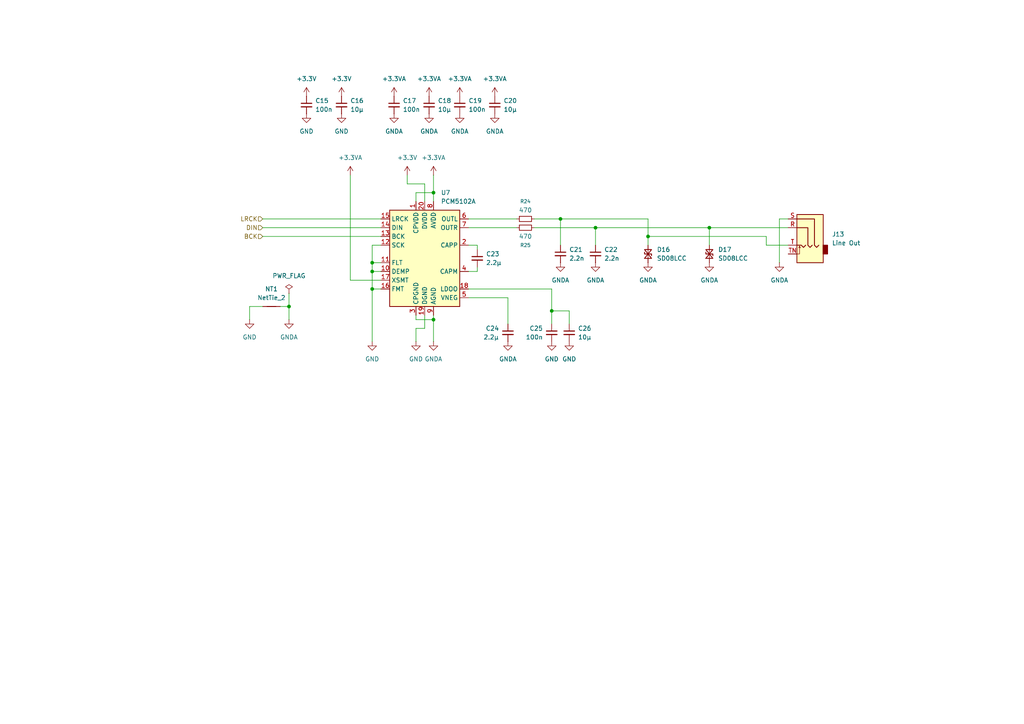
<source format=kicad_sch>
(kicad_sch (version 20250114) (generator "eeschema") (generator_version "9.0")
  (paper "A4")
  (lib_symbols
    (symbol "Audio:PCM5102A"
      (property "Reference" "U" (at -10.16 13.97 0))
      (property "Value" "PCM5102A" (at 3.81 13.97 0))
      (symbol "PCM5102A_0_1"
        (rectangle (start -10.16 12.7) (end 10.16 -15.24) (stroke (width 0.254)) (fill (type background)))
      )
      (symbol "PCM5102A_1_1"
        (pin input line (at -12.7 10.16 0) (length 2.54) (name "LRCK") (number "15"))
        (pin input line (at -12.7 7.62 0) (length 2.54) (name "DIN") (number "14"))
        (pin input line (at -12.7 5.08 0) (length 2.54) (name "BCK") (number "13"))
        (pin input line (at -12.7 2.54 0) (length 2.54) (name "SCK") (number "12"))
        (pin input line (at -12.7 -2.54 0) (length 2.54) (name "FLT") (number "11"))
        (pin input line (at -12.7 -5.08 0) (length 2.54) (name "DEMP") (number "10"))
        (pin input line (at -12.7 -7.62 0) (length 2.54) (name "XSMT") (number "17"))
        (pin input line (at -12.7 -10.16 0) (length 2.54) (name "FMT") (number "16"))
        (pin passive line (at -2.54 15.24 270) (length 2.54) (name "CPVDD") (number "1"))
        (pin power_in line (at -2.54 -17.78 90) (length 2.54) (name "CPGND") (number "3"))
        (pin power_in line (at 0 15.24 270) (length 2.54) (name "DVDD") (number "20"))
        (pin power_in line (at 0 -17.78 90) (length 2.54) (name "DGND") (number "19"))
        (pin power_in line (at 2.54 15.24 270) (length 2.54) (name "AVDD") (number "8"))
        (pin power_in line (at 2.54 -17.78 90) (length 2.54) (name "AGND") (number "9"))
        (pin output line (at 12.7 10.16 180) (length 2.54) (name "OUTL") (number "6"))
        (pin output line (at 12.7 7.62 180) (length 2.54) (name "OUTR") (number "7"))
        (pin passive line (at 12.7 2.54 180) (length 2.54) (name "CAPP") (number "2"))
        (pin passive line (at 12.7 -5.08 180) (length 2.54) (name "CAPM") (number "4"))
        (pin passive line (at 12.7 -10.16 180) (length 2.54) (name "LDOO") (number "18"))
        (pin passive line (at 12.7 -12.7 180) (length 2.54) (name "VNEG") (number "5"))
      )
    )
    (symbol "Connector_Audio:AudioJack3_SwitchT"
      (property "Reference" "J" (at 0 8.89 0))
      (property "Value" "AudioJack3_SwitchT" (at 0 6.35 0))
      (symbol "AudioJack3_SwitchT_0_1"
        (rectangle (start -5.08 -5.08) (end -6.35 -7.62) (stroke (width 0.254)) (fill (type outline)))
        (polyline (pts (xy -1.905 -5.08) (xy -1.27 -5.715) (xy -0.635 -5.08) (xy -0.635 0) (xy 2.54 0)) (stroke (width 0.254)))
        (polyline (pts (xy 0 -5.08) (xy 0.635 -5.715) (xy 1.27 -5.08) (xy 2.54 -5.08)) (stroke (width 0.254)))
        (polyline (pts (xy 1.778 -5.334) (xy 2.032 -5.842)))
        (rectangle (start 2.54 3.81) (end -5.08 -10.16) (stroke (width 0.254)) (fill (type background)))
        (polyline (pts (xy 2.54 2.54) (xy -2.54 2.54) (xy -2.54 -5.08) (xy -3.175 -5.715) (xy -3.81 -5.08)) (stroke (width 0.254)))
        (polyline (pts (xy 2.54 -7.62) (xy 1.778 -7.62) (xy 1.778 -5.334) (xy 1.524 -5.842)))
      )
      (symbol "AudioJack3_SwitchT_1_1"
        (pin passive line (at 5.08 2.54 180) (length 2.54) (name "~") (number "S"))
        (pin passive line (at 5.08 0 180) (length 2.54) (name "~") (number "R"))
        (pin passive line (at 5.08 -5.08 180) (length 2.54) (name "~") (number "T"))
        (pin passive line (at 5.08 -7.62 180) (length 2.54) (name "~") (number "TN"))
      )
    )
    (symbol "Device:C_Small" (pin_numbers (hide yes)) (pin_names (offset 0.254) (hide yes))
      (property "Reference" "C" (at 0.254 1.778 0))
      (property "Value" "C_Small" (at 0.254 -2.032 0))
      (symbol "C_Small_0_1"
        (polyline (pts (xy -1.524 0.508) (xy 1.524 0.508)) (stroke (width 0.3048)))
        (polyline (pts (xy -1.524 -0.508) (xy 1.524 -0.508)) (stroke (width 0.3302)))
      )
      (symbol "C_Small_1_1"
        (pin passive line (at 0 2.54 270) (length 2.032) (name "~") (number "1"))
        (pin passive line (at 0 -2.54 90) (length 2.032) (name "~") (number "2"))
      )
    )
    (symbol "Device:D_TVS_Small" (pin_numbers (hide yes)) (pin_names (offset 1.016) (hide yes))
      (property "Reference" "D" (at 0 2.54 0))
      (property "Value" "D_TVS_Small" (at 0 -2.54 0))
      (symbol "D_TVS_Small_0_1"
        (polyline (pts (xy -1.27 1.016) (xy -1.27 -1.016) (xy 1.27 1.016) (xy 1.27 -1.016) (xy -1.27 1.016)) (stroke (width 0.254)))
        (polyline (pts (xy -1.27 0) (xy 1.27 0)))
        (polyline (pts (xy 0.508 1.016) (xy 0 1.016) (xy 0 -1.016) (xy -0.508 -1.016)) (stroke (width 0.254)))
      )
      (symbol "D_TVS_Small_1_1"
        (pin passive line (at -2.54 0 0) (length 1.27) (name "A1") (number "1"))
        (pin passive line (at 2.54 0 180) (length 1.27) (name "A2") (number "2"))
      )
    )
    (symbol "Device:NetTie_2" (pin_numbers (hide yes)) (pin_names (offset 0) (hide yes)) (in_bom no)
      (property "Reference" "NT" (at 0 1.27 0))
      (property "Value" "NetTie_2" (at 0 -1.27 0))
      (symbol "NetTie_2_0_1"
        (polyline (pts (xy -1.27 0) (xy 1.27 0)) (stroke (width 0.254)))
      )
      (symbol "NetTie_2_1_1"
        (pin passive line (at -2.54 0 0) (length 2.54) (name "1") (number "1"))
        (pin passive line (at 2.54 0 180) (length 2.54) (name "2") (number "2"))
      )
    )
    (symbol "Device:R_Small" (pin_numbers (hide yes)) (pin_names (offset 0.254) (hide yes))
      (property "Reference" "R" (at 0 0 90))
      (property "Value" "R_Small" (at 1.778 0 90))
      (symbol "R_Small_0_1"
        (rectangle (start -0.762 1.778) (end 0.762 -1.778) (stroke (width 0.2032)))
      )
      (symbol "R_Small_1_1"
        (pin passive line (at 0 2.54 270) (length 0.762) (name "~") (number "1"))
        (pin passive line (at 0 -2.54 90) (length 0.762) (name "~") (number "2"))
      )
    )
    (symbol "power:+3.3V" (power) (pin_numbers (hide yes)) (pin_names (offset 0) (hide yes))
      (property "Value" "+3.3V" (at 0 3.556 0))
      (symbol "+3.3V_0_1"
        (polyline (pts (xy -0.762 1.27) (xy 0 2.54)))
        (polyline (pts (xy 0 2.54) (xy 0.762 1.27)))
        (polyline (pts (xy 0 0) (xy 0 2.54)))
      )
      (symbol "+3.3V_1_1"
        (pin power_in line (at 0 0 90) (length 0) (name "~") (number "1"))
      )
    )
    (symbol "power:+3.3VA" (power) (pin_numbers (hide yes)) (pin_names (offset 0) (hide yes))
      (property "Value" "+3.3VA" (at 0 3.556 0))
      (symbol "+3.3VA_0_1"
        (polyline (pts (xy -0.762 1.27) (xy 0 2.54)))
        (polyline (pts (xy 0 2.54) (xy 0.762 1.27)))
        (polyline (pts (xy 0 0) (xy 0 2.54)))
      )
      (symbol "+3.3VA_1_1"
        (pin power_in line (at 0 0 90) (length 0) (name "~") (number "1"))
      )
    )
    (symbol "power:GND" (power) (pin_numbers (hide yes)) (pin_names (offset 0) (hide yes))
      (property "Value" "GND" (at 0 -3.81 0))
      (symbol "GND_0_1"
        (polyline (pts (xy 0 0) (xy 0 -1.27) (xy 1.27 -1.27) (xy 0 -2.54) (xy -1.27 -1.27) (xy 0 -1.27)))
      )
      (symbol "GND_1_1"
        (pin power_in line (at 0 0 270) (length 0) (name "~") (number "1"))
      )
    )
    (symbol "power:GNDA" (power) (pin_numbers (hide yes)) (pin_names (offset 0) (hide yes))
      (property "Value" "GNDA" (at 0 -3.81 0))
      (symbol "GNDA_0_1"
        (polyline (pts (xy 0 0) (xy 0 -1.27) (xy 1.27 -1.27) (xy 0 -2.54) (xy -1.27 -1.27) (xy 0 -1.27)))
      )
      (symbol "GNDA_1_1"
        (pin power_in line (at 0 0 270) (length 0) (name "~") (number "1"))
      )
    )
    (symbol "power:PWR_FLAG" (power) (pin_numbers (hide yes)) (pin_names (offset 0) (hide yes))
      (property "Value" "PWR_FLAG" (at 0 3.81 0))
      (symbol "PWR_FLAG_0_0"
        (pin power_out line (at 0 0 90) (length 0) (name "~") (number "1"))
      )
      (symbol "PWR_FLAG_0_1"
        (polyline (pts (xy 0 0) (xy 0 1.27) (xy -1.016 1.905) (xy 0 2.54) (xy 1.016 1.905) (xy 0 1.27)))
      )
    )
  )
  (junction (at 107.95 78.74))
  (junction (at 162.56 63.5))
  (junction (at 172.72 66.04))
  (junction (at 187.96 68.58))
  (junction (at 205.74 66.04))
  (junction (at 160.02 90.17))
  (junction (at 125.73 55.88))
  (junction (at 125.73 92.71))
  (junction (at 83.82 88.9))
  (junction (at 107.95 83.82))
  (junction (at 107.95 76.2))
  (wire (pts (xy 76.2 66.04) (xy 110.49 66.04)))
  (wire (pts (xy 72.39 92.71) (xy 72.39 88.9)))
  (wire (pts (xy 120.65 95.25) (xy 120.65 99.06)))
  (wire (pts (xy 154.94 66.04) (xy 172.72 66.04)))
  (wire (pts (xy 205.74 66.04) (xy 205.74 71.12)))
  (wire (pts (xy 135.89 63.5) (xy 149.86 63.5)))
  (wire (pts (xy 160.02 90.17) (xy 160.02 93.98)))
  (wire (pts (xy 118.11 50.8) (xy 118.11 53.34)))
  (wire (pts (xy 120.65 55.88) (xy 125.73 55.88)))
  (wire (pts (xy 83.82 85.09) (xy 83.82 88.9)))
  (wire (pts (xy 120.65 91.44) (xy 120.65 92.71)))
  (wire (pts (xy 222.25 68.58) (xy 222.25 71.12)))
  (wire (pts (xy 125.73 55.88) (xy 125.73 58.42)))
  (wire (pts (xy 110.49 83.82) (xy 107.95 83.82)))
  (wire (pts (xy 165.1 93.98) (xy 165.1 90.17)))
  (wire (pts (xy 120.65 92.71) (xy 125.73 92.71)))
  (wire (pts (xy 107.95 76.2) (xy 107.95 78.74)))
  (wire (pts (xy 123.19 91.44) (xy 123.19 95.25)))
  (wire (pts (xy 107.95 83.82) (xy 107.95 99.06)))
  (wire (pts (xy 172.72 66.04) (xy 205.74 66.04)))
  (wire (pts (xy 135.89 83.82) (xy 160.02 83.82)))
  (wire (pts (xy 125.73 91.44) (xy 125.73 92.71)))
  (wire (pts (xy 165.1 90.17) (xy 160.02 90.17)))
  (wire (pts (xy 147.32 86.36) (xy 147.32 93.98)))
  (wire (pts (xy 160.02 83.82) (xy 160.02 90.17)))
  (wire (pts (xy 138.43 71.12) (xy 138.43 72.39)))
  (wire (pts (xy 125.73 92.71) (xy 125.73 99.06)))
  (wire (pts (xy 226.06 63.5) (xy 226.06 76.2)))
  (wire (pts (xy 101.6 50.8) (xy 101.6 81.28)))
  (wire (pts (xy 83.82 92.71) (xy 83.82 88.9)))
  (wire (pts (xy 118.11 53.34) (xy 123.19 53.34)))
  (wire (pts (xy 172.72 66.04) (xy 172.72 71.12)))
  (wire (pts (xy 228.6 63.5) (xy 226.06 63.5)))
  (wire (pts (xy 107.95 78.74) (xy 110.49 78.74)))
  (wire (pts (xy 120.65 58.42) (xy 120.65 55.88)))
  (wire (pts (xy 187.96 63.5) (xy 187.96 68.58)))
  (wire (pts (xy 83.82 88.9) (xy 81.28 88.9)))
  (wire (pts (xy 135.89 71.12) (xy 138.43 71.12)))
  (wire (pts (xy 162.56 63.5) (xy 162.56 71.12)))
  (wire (pts (xy 110.49 76.2) (xy 107.95 76.2)))
  (wire (pts (xy 135.89 66.04) (xy 149.86 66.04)))
  (wire (pts (xy 110.49 81.28) (xy 101.6 81.28)))
  (wire (pts (xy 187.96 68.58) (xy 222.25 68.58)))
  (wire (pts (xy 107.95 78.74) (xy 107.95 83.82)))
  (wire (pts (xy 76.2 68.58) (xy 110.49 68.58)))
  (wire (pts (xy 123.19 95.25) (xy 120.65 95.25)))
  (wire (pts (xy 123.19 53.34) (xy 123.19 58.42)))
  (wire (pts (xy 107.95 71.12) (xy 107.95 76.2)))
  (wire (pts (xy 162.56 63.5) (xy 187.96 63.5)))
  (wire (pts (xy 135.89 86.36) (xy 147.32 86.36)))
  (wire (pts (xy 205.74 66.04) (xy 228.6 66.04)))
  (wire (pts (xy 110.49 71.12) (xy 107.95 71.12)))
  (wire (pts (xy 154.94 63.5) (xy 162.56 63.5)))
  (wire (pts (xy 76.2 63.5) (xy 110.49 63.5)))
  (wire (pts (xy 72.39 88.9) (xy 76.2 88.9)))
  (wire (pts (xy 125.73 50.8) (xy 125.73 55.88)))
  (wire (pts (xy 135.89 78.74) (xy 138.43 78.74)))
  (wire (pts (xy 138.43 78.74) (xy 138.43 77.47)))
  (wire (pts (xy 222.25 71.12) (xy 228.6 71.12)))
  (wire (pts (xy 187.96 68.58) (xy 187.96 71.12)))
  (hierarchical_label "LRCK" (shape input) (at 76.2 63.5 180))
  (hierarchical_label "DIN" (shape input) (at 76.2 66.04 180))
  (hierarchical_label "BCK" (shape input) (at 76.2 68.58 180))
  (symbol (lib_id "power:GND") (at 120.65 99.06 0) (unit 1)
    (property "Reference" "#PWR0104" (effects (hide yes)))
    (property "Value" "GND" (at 120.65 104.14 0))
    (property "Description" "Power symbol creates a global label with name \"GND\" , ground" (effects (hide yes)))
  )
  (symbol (lib_id "power:GND") (at 107.95 99.06 0) (unit 1)
    (property "Reference" "#PWR0103" (effects (hide yes)))
    (property "Value" "GND" (at 107.95 104.14 0))
    (property "Description" "Power symbol creates a global label with name \"GND\" , ground" (effects (hide yes)))
  )
  (symbol (lib_id "power:PWR_FLAG") (at 83.82 85.09 0) (unit 1)
    (property "Reference" "#FLG06" (effects (hide yes)))
    (property "Value" "PWR_FLAG" (at 83.82 80.01 0))
    (property "Description" "Special symbol for telling ERC where power comes from" (effects (hide yes)))
  )
  (symbol (lib_id "power:GND") (at 160.02 99.06 0) (unit 1)
    (property "Reference" "#PWR0107" (effects (hide yes)))
    (property "Value" "GND" (at 160.02 104.14 0))
    (property "Description" "Power symbol creates a global label with name \"GND\" , ground" (effects (hide yes)))
  )
  (symbol (lib_id "power:GNDA") (at 205.74 76.2 0) (unit 1)
    (property "Reference" "#PWR099" (effects (hide yes)))
    (property "Value" "GNDA" (at 205.74 81.28 0))
    (property "Description" "Power symbol creates a global label with name \"GNDA\" , analog ground" (effects (hide yes)))
  )
  (symbol (lib_id "power:GNDA") (at 83.82 92.71 0) (unit 1)
    (property "Reference" "#PWR0102" (effects (hide yes)))
    (property "Value" "GNDA" (at 83.82 97.79 0))
    (property "Description" "Power symbol creates a global label with name \"GNDA\" , analog ground" (effects (hide yes)))
  )
  (symbol (lib_id "Device:R_Small") (at 152.4 63.5 90) (unit 1)
    (property "Reference" "R24" (at 152.4 58.42 90) (effects (font (size 1.016 1.016))))
    (property "Value" "470" (at 152.4 60.96 90))
    (property "Footprint" "Resistor_SMD:R_0603_1608Metric" (effects (hide yes)))
    (property "Description" "Resistor, small symbol" (effects (hide yes)))
  )
  (symbol (lib_id "power:+3.3V") (at 99.06 27.94 0) (unit 1)
    (property "Reference" "#PWR082" (effects (hide yes)))
    (property "Value" "+3.3V" (at 99.06 22.86 0))
    (property "Description" "Power symbol creates a global label with name \"+3.3V\"" (effects (hide yes)))
  )
  (symbol (lib_id "power:GND") (at 72.39 92.71 0) (unit 1)
    (property "Reference" "#PWR0101" (effects (hide yes)))
    (property "Value" "GND" (at 72.39 97.79 0))
    (property "Description" "Power symbol creates a global label with name \"GND\" , ground" (effects (hide yes)))
  )
  (symbol (lib_id "Device:D_TVS_Small") (at 205.74 73.66 90) (unit 1)
    (property "Reference" "D17" (at 208.28 72.3899 90) (effects (justify right)))
    (property "Value" "SD08LCC" (at 208.28 74.9299 90) (effects (justify right)))
    (property "Footprint" "Diode_SMD:D_SOD-323_HandSoldering" (effects (hide yes)))
    (property "Description" "Bidirectional transient-voltage-suppression diode, small symbol" (effects (hide yes)))
  )
  (symbol (lib_id "Device:C_Small") (at 99.06 30.48 0) (unit 1)
    (property "Reference" "C16" (at 101.6 29.2162 0) (effects (justify left)))
    (property "Value" "10µ" (at 101.6 31.7562 0) (effects (justify left)))
    (property "Footprint" "Capacitor_SMD:C_0603_1608Metric" (effects (hide yes)))
    (property "Description" "Unpolarized capacitor, small symbol" (effects (hide yes)))
  )
  (symbol (lib_id "power:GNDA") (at 133.35 33.02 0) (unit 1)
    (property "Reference" "#PWR091" (effects (hide yes)))
    (property "Value" "GNDA" (at 133.35 38.1 0))
    (property "Description" "Power symbol creates a global label with name \"GNDA\" , analog ground" (effects (hide yes)))
  )
  (symbol (lib_id "Device:C_Small") (at 165.1 96.52 0) (unit 1)
    (property "Reference" "C26" (at 167.64 95.2562 0) (effects (justify left)))
    (property "Value" "10µ" (at 167.64 97.7962 0) (effects (justify left)))
    (property "Footprint" "Capacitor_SMD:C_0603_1608Metric" (effects (hide yes)))
    (property "Description" "Unpolarized capacitor, small symbol" (effects (hide yes)))
  )
  (symbol (lib_id "power:+3.3VA") (at 101.6 50.8 0) (unit 1)
    (property "Reference" "#PWR093" (effects (hide yes)))
    (property "Value" "+3.3VA" (at 101.6 45.72 0))
    (property "Description" "Power symbol creates a global label with name \"+3.3VA\"" (effects (hide yes)))
  )
  (symbol (lib_id "power:+3.3VA") (at 143.51 27.94 0) (unit 1)
    (property "Reference" "#PWR086" (effects (hide yes)))
    (property "Value" "+3.3VA" (at 143.51 22.86 0))
    (property "Description" "Power symbol creates a global label with name \"+3.3VA\"" (effects (hide yes)))
  )
  (symbol (lib_id "power:GNDA") (at 172.72 76.2 0) (unit 1)
    (property "Reference" "#PWR097" (effects (hide yes)))
    (property "Value" "GNDA" (at 172.72 81.28 0))
    (property "Description" "Power symbol creates a global label with name \"GNDA\" , analog ground" (effects (hide yes)))
  )
  (symbol (lib_id "Device:C_Small") (at 162.56 73.66 0) (unit 1)
    (property "Reference" "C21" (at 165.1 72.3962 0) (effects (justify left)))
    (property "Value" "2.2n" (at 165.1 74.9362 0) (effects (justify left)))
    (property "Footprint" "Capacitor_SMD:C_0603_1608Metric" (effects (hide yes)))
    (property "Description" "Unpolarized capacitor, small symbol" (effects (hide yes)))
  )
  (symbol (lib_id "Device:NetTie_2") (at 78.74 88.9 0) (unit 1) (in_bom no)
    (property "Reference" "NT1" (at 78.74 83.82 0))
    (property "Value" "NetTie_2" (at 78.74 86.36 0))
    (property "Footprint" "NetTie:NetTie-2_SMD_Pad0.5mm" (effects (hide yes)))
    (property "Description" "Net tie, 2 pins" (effects (hide yes)))
  )
  (symbol (lib_id "power:+3.3VA") (at 114.3 27.94 0) (unit 1)
    (property "Reference" "#PWR083" (effects (hide yes)))
    (property "Value" "+3.3VA" (at 114.3 22.86 0))
    (property "Description" "Power symbol creates a global label with name \"+3.3VA\"" (effects (hide yes)))
  )
  (symbol (lib_id "power:GNDA") (at 114.3 33.02 0) (unit 1)
    (property "Reference" "#PWR089" (effects (hide yes)))
    (property "Value" "GNDA" (at 114.3 38.1 0))
    (property "Description" "Power symbol creates a global label with name \"GNDA\" , analog ground" (effects (hide yes)))
  )
  (symbol (lib_id "Device:C_Small") (at 124.46 30.48 0) (unit 1)
    (property "Reference" "C18" (at 127 29.2162 0) (effects (justify left)))
    (property "Value" "10µ" (at 127 31.7562 0) (effects (justify left)))
    (property "Footprint" "Capacitor_SMD:C_0603_1608Metric" (effects (hide yes)))
    (property "Description" "Unpolarized capacitor, small symbol" (effects (hide yes)))
  )
  (symbol (lib_id "power:+3.3VA") (at 133.35 27.94 0) (unit 1)
    (property "Reference" "#PWR085" (effects (hide yes)))
    (property "Value" "+3.3VA" (at 133.35 22.86 0))
    (property "Description" "Power symbol creates a global label with name \"+3.3VA\"" (effects (hide yes)))
  )
  (symbol (lib_id "Device:C_Small") (at 172.72 73.66 0) (unit 1)
    (property "Reference" "C22" (at 175.26 72.3962 0) (effects (justify left)))
    (property "Value" "2.2n" (at 175.26 74.9362 0) (effects (justify left)))
    (property "Footprint" "Capacitor_SMD:C_0603_1608Metric" (effects (hide yes)))
    (property "Description" "Unpolarized capacitor, small symbol" (effects (hide yes)))
  )
  (symbol (lib_id "power:+3.3VA") (at 124.46 27.94 0) (unit 1)
    (property "Reference" "#PWR084" (effects (hide yes)))
    (property "Value" "+3.3VA" (at 124.46 22.86 0))
    (property "Description" "Power symbol creates a global label with name \"+3.3VA\"" (effects (hide yes)))
  )
  (symbol (lib_id "power:GNDA") (at 124.46 33.02 0) (unit 1)
    (property "Reference" "#PWR090" (effects (hide yes)))
    (property "Value" "GNDA" (at 124.46 38.1 0))
    (property "Description" "Power symbol creates a global label with name \"GNDA\" , analog ground" (effects (hide yes)))
  )
  (symbol (lib_id "power:GNDA") (at 147.32 99.06 0) (unit 1)
    (property "Reference" "#PWR0106" (effects (hide yes)))
    (property "Value" "GNDA" (at 147.32 104.14 0))
    (property "Description" "Power symbol creates a global label with name \"GNDA\" , analog ground" (effects (hide yes)))
  )
  (symbol (lib_id "Device:C_Small") (at 133.35 30.48 0) (unit 1)
    (property "Reference" "C19" (at 135.89 29.2162 0) (effects (justify left)))
    (property "Value" "100n" (at 135.89 31.7562 0) (effects (justify left)))
    (property "Footprint" "Capacitor_SMD:C_0603_1608Metric" (effects (hide yes)))
    (property "Description" "Unpolarized capacitor, small symbol" (effects (hide yes)))
  )
  (symbol (lib_id "Connector_Audio:AudioJack3_SwitchT") (at 233.68 66.04 0) (mirror y) (unit 1)
    (property "Reference" "J13" (at 241.3 67.9449 0) (effects (justify right)))
    (property "Value" "Line Out" (at 241.3 70.4849 0) (effects (justify right)))
    (property "Footprint" "Connector_Audio:Jack_3.5mm_CUI_SJ1-3524N_Horizontal" (effects (hide yes)))
    (property "Description" "Audio Jack, 3 Poles (Stereo / TRS), Switched T Pole (Normalling)" (effects (hide yes)))
  )
  (symbol (lib_id "power:+3.3V") (at 88.9 27.94 0) (unit 1)
    (property "Reference" "#PWR081" (effects (hide yes)))
    (property "Value" "+3.3V" (at 88.9 22.86 0))
    (property "Description" "Power symbol creates a global label with name \"+3.3V\"" (effects (hide yes)))
  )
  (symbol (lib_id "Device:C_Small") (at 114.3 30.48 0) (unit 1)
    (property "Reference" "C17" (at 116.84 29.2162 0) (effects (justify left)))
    (property "Value" "100n" (at 116.84 31.7562 0) (effects (justify left)))
    (property "Footprint" "Capacitor_SMD:C_0603_1608Metric" (effects (hide yes)))
    (property "Description" "Unpolarized capacitor, small symbol" (effects (hide yes)))
  )
  (symbol (lib_id "Device:C_Small") (at 88.9 30.48 0) (unit 1)
    (property "Reference" "C15" (at 91.44 29.2162 0) (effects (justify left)))
    (property "Value" "100n" (at 91.44 31.7562 0) (effects (justify left)))
    (property "Footprint" "Capacitor_SMD:C_0603_1608Metric" (effects (hide yes)))
    (property "Description" "Unpolarized capacitor, small symbol" (effects (hide yes)))
  )
  (symbol (lib_id "power:GNDA") (at 226.06 76.2 0) (unit 1)
    (property "Reference" "#PWR0100" (effects (hide yes)))
    (property "Value" "GNDA" (at 226.06 81.28 0))
    (property "Description" "Power symbol creates a global label with name \"GNDA\" , analog ground" (effects (hide yes)))
  )
  (symbol (lib_id "power:GNDA") (at 162.56 76.2 0) (unit 1)
    (property "Reference" "#PWR096" (effects (hide yes)))
    (property "Value" "GNDA" (at 162.56 81.28 0))
    (property "Description" "Power symbol creates a global label with name \"GNDA\" , analog ground" (effects (hide yes)))
  )
  (symbol (lib_id "power:GNDA") (at 143.51 33.02 0) (unit 1)
    (property "Reference" "#PWR092" (effects (hide yes)))
    (property "Value" "GNDA" (at 143.51 38.1 0))
    (property "Description" "Power symbol creates a global label with name \"GNDA\" , analog ground" (effects (hide yes)))
  )
  (symbol (lib_id "Device:C_Small") (at 160.02 96.52 0) (mirror y) (unit 1)
    (property "Reference" "C25" (at 157.48 95.2562 0) (effects (justify left)))
    (property "Value" "100n" (at 157.48 97.7962 0) (effects (justify left)))
    (property "Footprint" "Capacitor_SMD:C_0603_1608Metric" (effects (hide yes)))
    (property "Description" "Unpolarized capacitor, small symbol" (effects (hide yes)))
  )
  (symbol (lib_id "power:+3.3VA") (at 125.73 50.8 0) (unit 1)
    (property "Reference" "#PWR095" (effects (hide yes)))
    (property "Value" "+3.3VA" (at 125.73 45.72 0))
    (property "Description" "Power symbol creates a global label with name \"+3.3VA\"" (effects (hide yes)))
  )
  (symbol (lib_id "Device:C_Small") (at 143.51 30.48 0) (unit 1)
    (property "Reference" "C20" (at 146.05 29.2162 0) (effects (justify left)))
    (property "Value" "10µ" (at 146.05 31.7562 0) (effects (justify left)))
    (property "Footprint" "Capacitor_SMD:C_0603_1608Metric" (effects (hide yes)))
    (property "Description" "Unpolarized capacitor, small symbol" (effects (hide yes)))
  )
  (symbol (lib_id "Audio:PCM5102A") (at 123.19 73.66 0) (unit 1)
    (property "Reference" "U7" (at 127.8733 55.88 0) (effects (justify left)))
    (property "Value" "PCM5102A" (at 127.8733 58.42 0) (effects (justify left)))
    (property "Footprint" "Package_SO:TSSOP-20_4.4x6.5mm_P0.65mm" (effects (hide yes)))
    (property "Datasheet" "https://www.ti.com/lit/ds/symlink/pcm5102a.pdf" (effects (hide yes)))
    (property "Description" "2.1 VRMS, 112dB Audio Stereo DAC with PLL and 32-bit, 384kHz PCM Interface, TSSOP-20" (effects (hide yes)))
  )
  (symbol (lib_id "power:+3.3V") (at 118.11 50.8 0) (unit 1)
    (property "Reference" "#PWR094" (effects (hide yes)))
    (property "Value" "+3.3V" (at 118.11 45.72 0))
    (property "Description" "Power symbol creates a global label with name \"+3.3V\"" (effects (hide yes)))
  )
  (symbol (lib_id "Device:R_Small") (at 152.4 66.04 90) (mirror x) (unit 1)
    (property "Reference" "R25" (at 152.4 71.12 90) (effects (font (size 1.016 1.016))))
    (property "Value" "470" (at 152.4 68.58 90))
    (property "Footprint" "Resistor_SMD:R_0603_1608Metric" (effects (hide yes)))
    (property "Description" "Resistor, small symbol" (effects (hide yes)))
  )
  (symbol (lib_id "Device:C_Small") (at 147.32 96.52 0) (mirror y) (unit 1)
    (property "Reference" "C24" (at 144.78 95.2562 0) (effects (justify left)))
    (property "Value" "2.2µ" (at 144.78 97.7962 0) (effects (justify left)))
    (property "Footprint" "Capacitor_SMD:C_0603_1608Metric" (effects (hide yes)))
    (property "Description" "Unpolarized capacitor, small symbol" (effects (hide yes)))
  )
  (symbol (lib_id "Device:D_TVS_Small") (at 187.96 73.66 90) (unit 1)
    (property "Reference" "D16" (at 190.5 72.3899 90) (effects (justify right)))
    (property "Value" "SD08LCC" (at 190.5 74.9299 90) (effects (justify right)))
    (property "Footprint" "Diode_SMD:D_SOD-323_HandSoldering" (effects (hide yes)))
    (property "Description" "Bidirectional transient-voltage-suppression diode, small symbol" (effects (hide yes)))
  )
  (symbol (lib_id "power:GNDA") (at 125.73 99.06 0) (unit 1)
    (property "Reference" "#PWR0105" (effects (hide yes)))
    (property "Value" "GNDA" (at 125.73 104.14 0))
    (property "Description" "Power symbol creates a global label with name \"GNDA\" , analog ground" (effects (hide yes)))
  )
  (symbol (lib_id "Device:C_Small") (at 138.43 74.93 0) (unit 1)
    (property "Reference" "C23" (at 140.97 73.6662 0) (effects (justify left)))
    (property "Value" "2.2µ" (at 140.97 76.2062 0) (effects (justify left)))
    (property "Footprint" "Capacitor_SMD:C_0603_1608Metric" (effects (hide yes)))
    (property "Description" "Unpolarized capacitor, small symbol" (effects (hide yes)))
  )
  (symbol (lib_id "power:GNDA") (at 187.96 76.2 0) (unit 1)
    (property "Reference" "#PWR098" (effects (hide yes)))
    (property "Value" "GNDA" (at 187.96 81.28 0))
    (property "Description" "Power symbol creates a global label with name \"GNDA\" , analog ground" (effects (hide yes)))
  )
  (symbol (lib_id "power:GND") (at 99.06 33.02 0) (unit 1)
    (property "Reference" "#PWR088" (effects (hide yes)))
    (property "Value" "GND" (at 99.06 38.1 0))
    (property "Description" "Power symbol creates a global label with name \"GND\" , ground" (effects (hide yes)))
  )
  (symbol (lib_id "power:GND") (at 165.1 99.06 0) (unit 1)
    (property "Reference" "#PWR0108" (effects (hide yes)))
    (property "Value" "GND" (at 165.1 104.14 0))
    (property "Description" "Power symbol creates a global label with name \"GND\" , ground" (effects (hide yes)))
  )
  (symbol (lib_id "power:GND") (at 88.9 33.02 0) (unit 1)
    (property "Reference" "#PWR087" (effects (hide yes)))
    (property "Value" "GND" (at 88.9 38.1 0))
    (property "Description" "Power symbol creates a global label with name \"GND\" , ground" (effects (hide yes)))
  )
)
</source>
